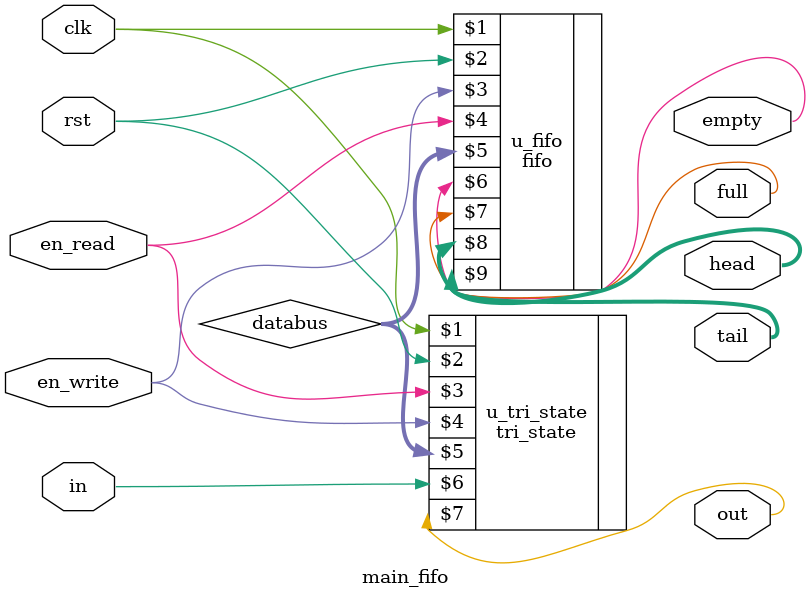
<source format=v>
module main_fifo
       #(
           parameter DATA_WIDTH = 1,
           parameter DATA_SIZE = 8,
           parameter DATA_SIZE_WIDTH = get_width(DATA_SIZE-1)
       )
       (
           // fifo
           input wire clk,
           input wire rst,
           input wire en_write,
           input wire en_read,
           output wire empty,
           output wire full,
           // tri_state
           input wire [DATA_WIDTH-1:0]in,
           output wire [DATA_WIDTH-1:0]out,
           output wire [DATA_SIZE_WIDTH-1:0]head,
           output wire [DATA_SIZE_WIDTH-1:0]tail
       );

function integer get_width(input integer x);
	for(get_width = 0; x > 0; get_width = get_width + 1)
		x = x >> 1;
endfunction

wire [DATA_SIZE_WIDTH-1:0]databus;

fifo #(
         DATA_WIDTH,
         DATA_SIZE
     ) u_fifo (
         clk,
         rst,
         en_write,
         en_read,
         databus,
         empty,
         full,
         head,
         tail
     );

tri_state #(
              DATA_WIDTH
          ) u_tri_state (
              clk,
              rst,
              en_read, // reverse
              en_write,// reverse
              databus,
              in,
              out
          );
endmodule

</source>
